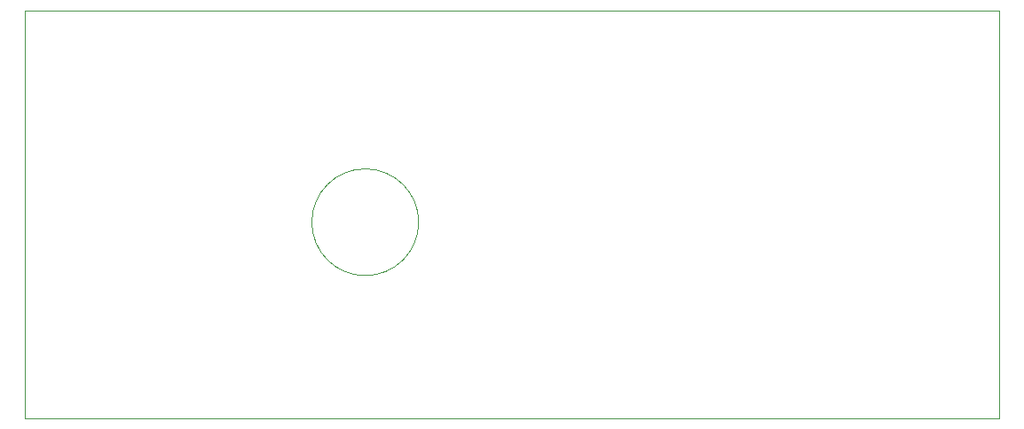
<source format=gbr>
%TF.GenerationSoftware,KiCad,Pcbnew,(5.1.9-0-10_14)*%
%TF.CreationDate,2021-08-25T11:23:16+08:00*%
%TF.ProjectId,v1,76312e6b-6963-4616-945f-706362585858,rev?*%
%TF.SameCoordinates,Original*%
%TF.FileFunction,Profile,NP*%
%FSLAX46Y46*%
G04 Gerber Fmt 4.6, Leading zero omitted, Abs format (unit mm)*
G04 Created by KiCad (PCBNEW (5.1.9-0-10_14)) date 2021-08-25 11:23:16*
%MOMM*%
%LPD*%
G01*
G04 APERTURE LIST*
%TA.AperFunction,Profile*%
%ADD10C,0.050000*%
%TD*%
G04 APERTURE END LIST*
D10*
X104000000Y-73000000D02*
X104000000Y-112000000D01*
X197000000Y-73000000D02*
X104000000Y-73000000D01*
X197000000Y-112000000D02*
X197000000Y-73000000D01*
X104000000Y-112000000D02*
X197000000Y-112000000D01*
X141599020Y-93250000D02*
G75*
G03*
X141599020Y-93250000I-5099020J0D01*
G01*
M02*

</source>
